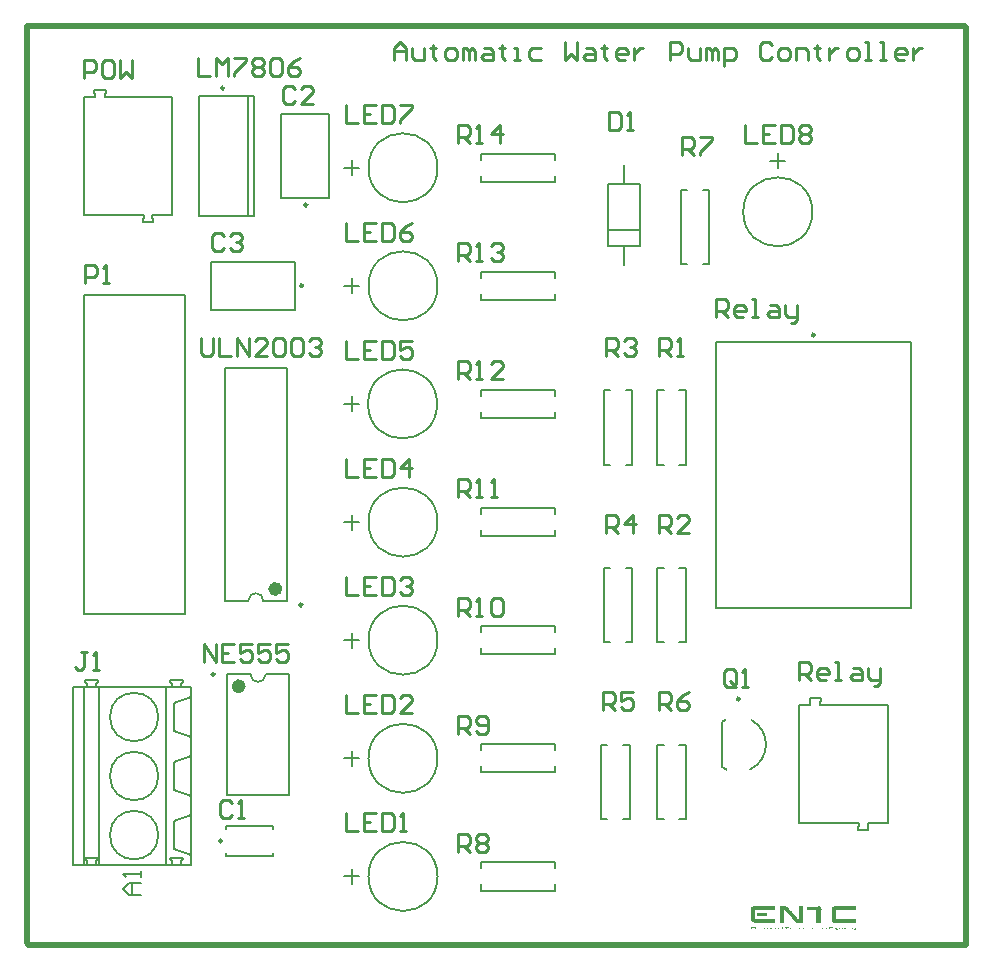
<source format=gto>
G04*
G04 #@! TF.GenerationSoftware,Altium Limited,Altium Designer,22.9.1 (49)*
G04*
G04 Layer_Color=65535*
%FSLAX44Y44*%
%MOMM*%
G71*
G04*
G04 #@! TF.SameCoordinates,7A9AD83F-BE66-4558-94AD-99BB97DC6B92*
G04*
G04*
G04 #@! TF.FilePolarity,Positive*
G04*
G01*
G75*
%ADD10C,0.2000*%
%ADD11C,0.2500*%
%ADD12C,0.6000*%
%ADD13C,0.5000*%
%ADD14C,0.2540*%
G36*
X627089Y26800D02*
X618011D01*
Y29189D01*
X627089D01*
Y26800D01*
D02*
G37*
G36*
X657667Y20589D02*
X653367D01*
Y21067D01*
X651456D01*
Y21544D01*
X650978D01*
Y22022D01*
X650500D01*
Y22500D01*
X650022D01*
Y22978D01*
X649544D01*
Y23456D01*
X649067D01*
Y23933D01*
X648589D01*
Y24411D01*
X648111D01*
Y24889D01*
X647633D01*
Y25844D01*
X647156D01*
Y26322D01*
X646678D01*
Y26800D01*
X646200D01*
Y27278D01*
X645722D01*
Y27755D01*
X645244D01*
Y28233D01*
X644767D01*
Y29189D01*
X644289D01*
Y29667D01*
X643811D01*
Y30144D01*
X643333D01*
Y30622D01*
X642856D01*
Y31100D01*
X642378D01*
Y31578D01*
X640944D01*
Y21067D01*
X640467D01*
Y20589D01*
X637600D01*
Y30622D01*
Y31100D01*
Y34922D01*
X642856D01*
Y34444D01*
X643811D01*
Y33967D01*
X644767D01*
Y33489D01*
X645244D01*
Y33011D01*
X645722D01*
Y32056D01*
X646200D01*
Y31578D01*
X646678D01*
Y31100D01*
X647156D01*
Y30622D01*
X647633D01*
Y30144D01*
X648111D01*
Y29667D01*
X648589D01*
Y28711D01*
X649067D01*
Y28233D01*
X649544D01*
Y27755D01*
X650022D01*
Y27278D01*
X650500D01*
Y26800D01*
X650978D01*
Y26322D01*
X651456D01*
Y25844D01*
X651933D01*
Y24889D01*
X652411D01*
Y24411D01*
X653367D01*
Y23933D01*
X654322D01*
Y34922D01*
X657667D01*
Y20589D01*
D02*
G37*
G36*
X633778Y32056D02*
X617056D01*
Y24411D01*
X633778D01*
Y21067D01*
X615622D01*
Y21544D01*
X614667D01*
Y22022D01*
X614189D01*
Y22500D01*
X613711D01*
Y23933D01*
X613233D01*
Y32056D01*
X613711D01*
Y33967D01*
X614189D01*
Y34444D01*
X615144D01*
Y34922D01*
X616578D01*
Y35400D01*
X633778D01*
Y32056D01*
D02*
G37*
G36*
X702100Y31578D02*
X684900D01*
Y24411D01*
Y23933D01*
X702100D01*
Y20589D01*
X684900D01*
Y21067D01*
X682989D01*
Y21544D01*
X682511D01*
Y22022D01*
X682033D01*
Y22500D01*
X681556D01*
Y33011D01*
X682033D01*
Y33967D01*
X682511D01*
Y34444D01*
X683467D01*
Y34922D01*
X702100D01*
Y31578D01*
D02*
G37*
G36*
X671522Y34922D02*
X672000D01*
Y34444D01*
X672478D01*
Y33967D01*
X672956D01*
Y33011D01*
X673433D01*
Y31578D01*
X672478D01*
Y30622D01*
Y30144D01*
Y20589D01*
X668656D01*
Y31578D01*
X661011D01*
Y31100D01*
X660533D01*
Y34444D01*
X670089D01*
Y35400D01*
X671522D01*
Y34922D01*
D02*
G37*
G36*
X692544Y15333D02*
X691111D01*
Y15811D01*
X690633D01*
Y15333D01*
X690155D01*
Y16289D01*
X688722D01*
Y15333D01*
X688244D01*
Y16767D01*
X690155D01*
Y16289D01*
X691111D01*
Y16767D01*
X692544D01*
Y15333D01*
D02*
G37*
G36*
X668656Y16289D02*
X667222D01*
Y16767D01*
X668656D01*
Y16289D01*
D02*
G37*
G36*
X652411D02*
X650978D01*
Y16767D01*
X652411D01*
Y16289D01*
D02*
G37*
G36*
X663400D02*
Y15333D01*
X661489D01*
Y16767D01*
X661967D01*
Y15811D01*
X662922D01*
Y16767D01*
X663400D01*
Y16289D01*
D02*
G37*
G36*
X635689Y15333D02*
X633778D01*
Y16289D01*
X634256D01*
Y15811D01*
X635211D01*
Y16289D01*
X634256D01*
Y16767D01*
X635689D01*
Y15333D01*
D02*
G37*
G36*
X699711D02*
X699233D01*
Y16289D01*
X698278D01*
Y15333D01*
X697800D01*
Y15811D01*
Y16289D01*
Y16767D01*
X699711D01*
Y15333D01*
D02*
G37*
G36*
X697322Y16289D02*
Y15333D01*
X696844D01*
Y16767D01*
X697322D01*
Y16289D01*
D02*
G37*
G36*
X696367D02*
X695889D01*
Y15333D01*
X695411D01*
Y16767D01*
X696367D01*
Y16289D01*
D02*
G37*
G36*
X694933Y15333D02*
X693022D01*
Y16289D01*
Y16767D01*
X694933D01*
Y15333D01*
D02*
G37*
G36*
X684900D02*
X684422D01*
Y16289D01*
X682989D01*
Y16767D01*
X684900D01*
Y15333D01*
D02*
G37*
G36*
X683467D02*
X682989D01*
Y15811D01*
X683467D01*
Y15333D01*
D02*
G37*
G36*
X682511Y16767D02*
X680122D01*
Y15811D01*
X682511D01*
Y15333D01*
X679644D01*
Y17244D01*
X682511D01*
Y16767D01*
D02*
G37*
G36*
X677733Y15333D02*
X677255D01*
Y16289D01*
X676300D01*
Y15333D01*
X675822D01*
Y16767D01*
X677733D01*
Y15333D01*
D02*
G37*
G36*
X675344D02*
X673433D01*
Y16767D01*
X675344D01*
Y15333D01*
D02*
G37*
G36*
X672956D02*
X672478D01*
Y16289D01*
Y16767D01*
X672956D01*
Y15333D01*
D02*
G37*
G36*
X672000D02*
X671522D01*
Y15811D01*
Y16289D01*
Y17244D01*
X672000D01*
Y15333D01*
D02*
G37*
G36*
X671044D02*
X669133D01*
Y15811D01*
Y16767D01*
X671044D01*
Y15333D01*
D02*
G37*
G36*
X668656D02*
X667222D01*
Y15811D01*
X668656D01*
Y15333D01*
D02*
G37*
G36*
X666744D02*
X666267D01*
Y16767D01*
X666744D01*
Y15333D01*
D02*
G37*
G36*
X665789D02*
X665311D01*
Y16289D01*
X664355D01*
Y15333D01*
X663878D01*
Y16767D01*
X665789D01*
Y15333D01*
D02*
G37*
G36*
X661011Y16289D02*
Y15811D01*
Y15333D01*
X660533D01*
Y16289D01*
X660056D01*
Y15333D01*
X659578D01*
Y16289D01*
X658622D01*
Y16767D01*
X661011D01*
Y16289D01*
D02*
G37*
G36*
X657667D02*
X658144D01*
Y15333D01*
X657667D01*
Y16289D01*
X656711D01*
Y15333D01*
X656233D01*
Y15811D01*
Y16289D01*
X655755D01*
Y15333D01*
X655278D01*
Y16767D01*
X657667D01*
Y16289D01*
D02*
G37*
G36*
X654800Y15333D02*
X652889D01*
Y16767D01*
X654800D01*
Y15333D01*
D02*
G37*
G36*
X652411D02*
X650978D01*
Y15811D01*
X652411D01*
Y15333D01*
D02*
G37*
G36*
X650500Y16289D02*
X649067D01*
Y15811D01*
X650500D01*
Y15333D01*
X648589D01*
Y16767D01*
X650500D01*
Y16289D01*
D02*
G37*
G36*
X648111Y15811D02*
Y15333D01*
X647633D01*
Y17244D01*
X648111D01*
Y15811D01*
D02*
G37*
G36*
X645244Y16767D02*
X647156D01*
Y16289D01*
Y15811D01*
Y15333D01*
X645244D01*
Y16767D01*
X643811D01*
Y15333D01*
X643333D01*
Y15811D01*
Y16289D01*
Y16767D01*
X642378D01*
Y17244D01*
X645244D01*
Y16767D01*
D02*
G37*
G36*
X640467Y15333D02*
X638555D01*
Y16767D01*
X639989D01*
Y17244D01*
X640467D01*
Y15333D01*
D02*
G37*
G36*
X638078Y15811D02*
Y15333D01*
X637600D01*
Y16289D01*
X636644D01*
Y15333D01*
X636167D01*
Y16767D01*
X638078D01*
Y15811D01*
D02*
G37*
G36*
X632344Y16289D02*
X630911D01*
Y15811D01*
X632344D01*
Y15333D01*
X630433D01*
Y16767D01*
X632344D01*
Y16289D01*
D02*
G37*
G36*
X629955Y15333D02*
X629478D01*
Y16767D01*
X629955D01*
Y15333D01*
D02*
G37*
G36*
X629000Y16289D02*
X627567D01*
Y15333D01*
X627089D01*
Y16767D01*
X629000D01*
Y16289D01*
D02*
G37*
G36*
X626611D02*
X625178D01*
Y15811D01*
X626611D01*
Y15333D01*
X624700D01*
Y16767D01*
X626611D01*
Y16289D01*
D02*
G37*
G36*
X624222D02*
X623744D01*
Y15333D01*
X623267D01*
Y15811D01*
Y16289D01*
Y16767D01*
X624222D01*
Y16289D01*
D02*
G37*
G36*
X622789Y15333D02*
X622311D01*
Y17244D01*
X622789D01*
Y15333D01*
D02*
G37*
G36*
X621833Y16289D02*
X620400D01*
Y15811D01*
X621833D01*
Y15333D01*
X619922D01*
Y16767D01*
X621833D01*
Y16289D01*
D02*
G37*
G36*
X619444D02*
X618489D01*
Y15811D01*
X619444D01*
Y15333D01*
X618011D01*
Y15811D01*
Y16289D01*
Y16767D01*
X619444D01*
Y16289D01*
D02*
G37*
G36*
X617533Y15333D02*
X617056D01*
Y17244D01*
X617533D01*
Y15333D01*
D02*
G37*
G36*
X616578Y16767D02*
X614189D01*
Y15811D01*
X616578D01*
Y15333D01*
X613711D01*
Y17244D01*
X616578D01*
Y16767D01*
D02*
G37*
G36*
X702100Y14856D02*
X700189D01*
Y15333D01*
X701622D01*
Y16289D01*
X700667D01*
Y15811D01*
X700189D01*
Y16767D01*
X702100D01*
Y14856D01*
D02*
G37*
G36*
X687289Y15811D02*
Y15333D01*
Y14856D01*
X685378D01*
Y15333D01*
X686811D01*
Y16289D01*
X685855D01*
Y15811D01*
X685378D01*
Y16767D01*
X687289D01*
Y15811D01*
D02*
G37*
%LPC*%
G36*
X692067Y16289D02*
X691589D01*
Y15811D01*
X692067D01*
Y16289D01*
D02*
G37*
G36*
X694456D02*
X693500D01*
Y15811D01*
X694456D01*
Y16289D01*
D02*
G37*
G36*
X674867D02*
X673911D01*
Y15811D01*
X674867D01*
Y16289D01*
D02*
G37*
G36*
X670567D02*
X669611D01*
Y15811D01*
X670567D01*
Y16289D01*
D02*
G37*
G36*
X654322D02*
X653367D01*
Y15811D01*
X654322D01*
Y16289D01*
D02*
G37*
G36*
X646678D02*
X645722D01*
Y15811D01*
X646678D01*
Y16289D01*
D02*
G37*
G36*
X639989D02*
X639033D01*
Y15811D01*
X639989D01*
Y16289D01*
D02*
G37*
%LPD*%
D10*
X591503Y192769D02*
G03*
X589150Y191340I10996J-20769D01*
G01*
Y152660D02*
G03*
X592561Y150705I13350J19340D01*
G01*
X612443Y150707D02*
G03*
X613500Y192767I-9943J21293D01*
G01*
X200450Y293650D02*
G03*
X187750Y293650I-6350J0D01*
G01*
X665225Y622950D02*
G03*
X665225Y622950I-29225J0D01*
G01*
X189650Y231250D02*
G03*
X202350Y231250I6350J0D01*
G01*
X111500Y95250D02*
G03*
X111500Y95250I-20500J0D01*
G01*
Y145250D02*
G03*
X111500Y145250I-20500J0D01*
G01*
Y195250D02*
G03*
X111500Y195250I-20500J0D01*
G01*
X347925Y660250D02*
G03*
X347925Y660250I-29225J0D01*
G01*
Y560250D02*
G03*
X347925Y560250I-29225J0D01*
G01*
X347525Y460250D02*
G03*
X347525Y460250I-29225J0D01*
G01*
X347925Y360250D02*
G03*
X347925Y360250I-29225J0D01*
G01*
Y260250D02*
G03*
X347925Y260250I-29225J0D01*
G01*
Y160250D02*
G03*
X347925Y160250I-29225J0D01*
G01*
Y60250D02*
G03*
X347925Y60250I-29225J0D01*
G01*
X589150Y152660D02*
Y191340D01*
X208500Y77250D02*
Y80000D01*
X168500Y77250D02*
Y80000D01*
X208500Y100500D02*
Y103250D01*
X168500Y100500D02*
Y103250D01*
Y77250D02*
X208500D01*
X168500Y103250D02*
X208500D01*
X220600Y293650D02*
Y490650D01*
X167600Y293650D02*
Y490650D01*
X200450Y293650D02*
X220600D01*
X167600D02*
X187750D01*
X167600Y490650D02*
X220600D01*
X384500Y348250D02*
X447500D01*
X384500Y372250D02*
X447500D01*
X384500Y366990D02*
Y372250D01*
X447500Y348250D02*
Y353510D01*
X384500Y348250D02*
Y353510D01*
X447500Y366990D02*
Y372250D01*
X187600Y619250D02*
Y721250D01*
X192600Y619250D02*
Y721250D01*
X145600Y619250D02*
Y721250D01*
Y619250D02*
X192600D01*
X145600Y721250D02*
X192600D01*
X215650Y634700D02*
Y705800D01*
X256350Y634700D02*
Y705800D01*
X215650Y634700D02*
X256350D01*
X215650Y705800D02*
X256350D01*
X578000Y578750D02*
Y641750D01*
X554000Y578750D02*
Y641750D01*
Y578750D02*
X559260D01*
X572740Y641750D02*
X578000D01*
X572740Y578750D02*
X578000D01*
X554000Y641750D02*
X559260D01*
X155850Y539900D02*
X226950D01*
X155850Y580600D02*
X226950D01*
Y539900D02*
Y580600D01*
X155850Y539900D02*
Y580600D01*
X66501Y720252D02*
X123501D01*
X48501D02*
X58001D01*
X66501D02*
X67001Y726252D01*
X57501D02*
X58001Y720252D01*
X57501Y726252D02*
X67001D01*
X48501Y620251D02*
X99501D01*
X48501D02*
Y720252D01*
X106501Y620251D02*
X123501D01*
X106501D02*
X107251Y614251D01*
X98751D02*
X99501Y620251D01*
X98751Y614251D02*
X107251D01*
X123501Y620251D02*
X123501Y720252D01*
X583500Y512750D02*
X748500D01*
X583500Y287750D02*
Y512750D01*
Y287750D02*
X748500D01*
Y512750D01*
X493200Y607250D02*
X518800D01*
X506000Y646250D02*
Y662630D01*
Y577870D02*
Y594250D01*
X492500D02*
X519500D01*
Y646250D01*
X492500D02*
X519500D01*
X492500Y594250D02*
Y646250D01*
X629650Y666130D02*
X642350D01*
X636000Y659780D02*
Y672480D01*
X558000Y408750D02*
Y471750D01*
X534000Y408750D02*
Y471750D01*
Y408750D02*
X539260D01*
X552740Y471750D02*
X558000D01*
X552740Y408750D02*
X558000D01*
X534000Y471750D02*
X539260D01*
X513000Y408750D02*
Y471750D01*
X489000Y408750D02*
Y471750D01*
Y408750D02*
X494260D01*
X507740Y471750D02*
X513000D01*
X507740Y408750D02*
X513000D01*
X489000Y471750D02*
X494260D01*
X169500Y129250D02*
Y231250D01*
X222500Y129250D02*
Y231250D01*
X169500D02*
X189650D01*
X202350D02*
X222500D01*
X169500Y129250D02*
X222500D01*
X39000Y220250D02*
X139000D01*
X39000D02*
X51100D01*
Y223050D01*
X49400Y224750D02*
X51100Y223050D01*
X49400Y224750D02*
Y226250D01*
X60400D01*
Y224750D02*
Y226250D01*
X58700Y223050D02*
X60400Y224750D01*
X58700Y220250D02*
Y223050D01*
Y220250D02*
X123500D01*
Y223050D01*
X121800Y224750D02*
X123500Y223050D01*
X121800Y224750D02*
Y226250D01*
X132800D01*
Y224750D02*
Y226250D01*
X131100Y223050D02*
X132800Y224750D01*
X131100Y220250D02*
Y223050D01*
Y220250D02*
X139000D01*
X48358Y70250D02*
Y220250D01*
X61442Y70250D02*
Y220250D01*
X118192Y70250D02*
Y220250D01*
X125000Y107290D02*
X139000Y112386D01*
X125000Y83209D02*
Y107290D01*
Y83209D02*
X139000Y78114D01*
Y112386D01*
X125000Y157290D02*
X139000Y162386D01*
X125000Y133209D02*
Y157290D01*
Y133209D02*
X139000Y128114D01*
Y162386D01*
X125000Y207290D02*
X139000Y212386D01*
X125000Y183210D02*
Y207290D01*
Y183210D02*
X139000Y178114D01*
Y212386D01*
X58700Y70250D02*
Y73050D01*
X51100Y70250D02*
Y73050D01*
X49400Y74750D02*
X51100Y73050D01*
X49400Y74750D02*
Y76250D01*
X60400D01*
Y74750D02*
Y76250D01*
X58700Y73050D02*
X60400Y74750D01*
X39000Y70250D02*
X139000D01*
X39000D02*
Y220250D01*
X139000Y70250D02*
Y220250D01*
X131100Y70250D02*
Y73050D01*
X132800Y74750D01*
Y76250D01*
X121800D02*
X132800D01*
X121800Y74750D02*
Y76250D01*
Y74750D02*
X123500Y73050D01*
Y70250D02*
Y73050D01*
X486500Y108750D02*
Y171750D01*
X510500Y108750D02*
Y171750D01*
X505240D02*
X510500D01*
X486500Y108750D02*
X491760D01*
X486500Y171750D02*
X491760D01*
X505240Y108750D02*
X510500D01*
X534000D02*
Y171750D01*
X558000Y108750D02*
Y171750D01*
X552740D02*
X558000D01*
X534000Y108750D02*
X539260D01*
X534000Y171750D02*
X539260D01*
X552740Y108750D02*
X558000D01*
Y258750D02*
Y321750D01*
X534000Y258750D02*
Y321750D01*
Y258750D02*
X539260D01*
X552740Y321750D02*
X558000D01*
X552740Y258750D02*
X558000D01*
X534000Y321750D02*
X539260D01*
X513000Y258750D02*
Y321750D01*
X489000Y258750D02*
Y321750D01*
Y258750D02*
X494260D01*
X507740Y321750D02*
X513000D01*
X507740Y258750D02*
X513000D01*
X489000Y321750D02*
X494260D01*
X384500Y648250D02*
X447500D01*
X384500Y672250D02*
X447500D01*
X384500Y666990D02*
Y672250D01*
X447500Y648250D02*
Y653510D01*
X384500Y648250D02*
Y653510D01*
X447500Y666990D02*
Y672250D01*
X275520Y653900D02*
Y666600D01*
X269170Y660250D02*
X281870D01*
X384500Y548250D02*
X447500D01*
X384500Y572250D02*
X447500D01*
X384500Y566990D02*
Y572250D01*
X447500Y548250D02*
Y553510D01*
X384500Y548250D02*
Y553510D01*
X447500Y566990D02*
Y572250D01*
X672001Y205252D02*
X729001D01*
X654001D02*
X663501D01*
X672001D02*
X672501Y211252D01*
X663001D02*
X663501Y205252D01*
X663001Y211252D02*
X672501D01*
X654001Y105251D02*
X705001D01*
X654001D02*
Y205252D01*
X712001Y105251D02*
X729000D01*
X712001D02*
X712750Y99251D01*
X704250D02*
X705001Y105251D01*
X704250Y99251D02*
X712750D01*
X729000Y105251D02*
X729001Y205252D01*
X275520Y553900D02*
Y566600D01*
X269170Y560250D02*
X281870D01*
X384500Y448250D02*
X447500D01*
X384500Y472250D02*
X447500D01*
X384500Y466990D02*
Y472250D01*
X447500Y448250D02*
Y453510D01*
X384500Y448250D02*
Y453510D01*
X447500Y466990D02*
Y472250D01*
X275120Y453900D02*
Y466600D01*
X268770Y460250D02*
X281470D01*
X275520Y353900D02*
Y366600D01*
X269170Y360250D02*
X281870D01*
X384500Y248250D02*
X447500D01*
X384500Y272250D02*
X447500D01*
X384500Y266990D02*
Y272250D01*
X447500Y248250D02*
Y253510D01*
X384500Y248250D02*
Y253510D01*
X447500Y266990D02*
Y272250D01*
X134000Y282750D02*
Y552750D01*
X49000Y282750D02*
X134000D01*
X49000D02*
Y552750D01*
X134000D01*
X275520Y253900D02*
Y266600D01*
X269170Y260250D02*
X281870D01*
X384500Y148250D02*
X447500D01*
X384500Y172250D02*
X447500D01*
X384500Y166990D02*
Y172250D01*
X447500Y148250D02*
Y153510D01*
X384500Y148250D02*
Y153510D01*
X447500Y166990D02*
Y172250D01*
X275520Y153900D02*
Y166600D01*
X269170Y160250D02*
X281870D01*
X384500Y48250D02*
X447500D01*
X384500Y72250D02*
X447500D01*
X384500Y66990D02*
Y72250D01*
X447500Y48250D02*
Y53510D01*
X384500Y48250D02*
Y53510D01*
X447500Y66990D02*
Y72250D01*
X275520Y53900D02*
Y66600D01*
X269170Y60250D02*
X281870D01*
X96610Y44500D02*
X86613D01*
X81615Y49499D01*
X86613Y54497D01*
X96610D01*
X89113D01*
Y44500D01*
X96610Y59495D02*
Y64494D01*
Y61994D01*
X81615D01*
X84114Y59495D01*
D11*
X603750Y210500D02*
G03*
X603750Y210500I-1250J0D01*
G01*
X165500Y90250D02*
G03*
X165500Y90250I-1250J0D01*
G01*
X233450Y290250D02*
G03*
X233450Y290250I-1250J0D01*
G01*
X167250Y727750D02*
G03*
X167250Y727750I-1250J0D01*
G01*
X237645Y628820D02*
G03*
X237645Y628820I-1250J0D01*
G01*
X234080Y560645D02*
G03*
X234080Y560645I-1250J0D01*
G01*
X667250Y518750D02*
G03*
X667250Y518750I-1250J0D01*
G01*
X159150Y231350D02*
G03*
X159150Y231350I-1250J0D01*
G01*
D12*
X213600Y303650D02*
G03*
X213600Y303650I-3000J0D01*
G01*
X182500Y221250D02*
G03*
X182500Y221250I-3000J0D01*
G01*
D13*
X0Y780000D02*
X794750D01*
X0Y3750D02*
Y780000D01*
X795000Y2250D02*
Y779750D01*
X1500Y2250D02*
X795000D01*
D14*
X600707Y223161D02*
Y233318D01*
X598167Y235857D01*
X593089D01*
X590550Y233318D01*
Y223161D01*
X593089Y220622D01*
X598167D01*
X595628Y225700D02*
X600707Y220622D01*
X598167D02*
X600707Y223161D01*
X605785Y220622D02*
X610863D01*
X608324D01*
Y235857D01*
X605785Y233318D01*
X311290Y751368D02*
Y761525D01*
X316368Y766603D01*
X321447Y761525D01*
Y751368D01*
Y758986D01*
X311290D01*
X326525Y761525D02*
Y753908D01*
X329064Y751368D01*
X336682D01*
Y761525D01*
X344299Y764064D02*
Y761525D01*
X341760D01*
X346838D01*
X344299D01*
Y753908D01*
X346838Y751368D01*
X356995D02*
X362074D01*
X364613Y753908D01*
Y758986D01*
X362074Y761525D01*
X356995D01*
X354456Y758986D01*
Y753908D01*
X356995Y751368D01*
X369691D02*
Y761525D01*
X372230D01*
X374770Y758986D01*
Y751368D01*
Y758986D01*
X377309Y761525D01*
X379848Y758986D01*
Y751368D01*
X387465Y761525D02*
X392544D01*
X395083Y758986D01*
Y751368D01*
X387465D01*
X384926Y753908D01*
X387465Y756447D01*
X395083D01*
X402700Y764064D02*
Y761525D01*
X400161D01*
X405240D01*
X402700D01*
Y753908D01*
X405240Y751368D01*
X412857D02*
X417935D01*
X415396D01*
Y761525D01*
X412857D01*
X435710D02*
X428092D01*
X425553Y758986D01*
Y753908D01*
X428092Y751368D01*
X435710D01*
X456023Y766603D02*
Y751368D01*
X461101Y756447D01*
X466180Y751368D01*
Y766603D01*
X473797Y761525D02*
X478876D01*
X481415Y758986D01*
Y751368D01*
X473797D01*
X471258Y753908D01*
X473797Y756447D01*
X481415D01*
X489033Y764064D02*
Y761525D01*
X486493D01*
X491572D01*
X489033D01*
Y753908D01*
X491572Y751368D01*
X506807D02*
X501728D01*
X499189Y753908D01*
Y758986D01*
X501728Y761525D01*
X506807D01*
X509346Y758986D01*
Y756447D01*
X499189D01*
X514424Y761525D02*
Y751368D01*
Y756447D01*
X516964Y758986D01*
X519503Y761525D01*
X522042D01*
X544894Y751368D02*
Y766603D01*
X552512D01*
X555051Y764064D01*
Y758986D01*
X552512Y756447D01*
X544894D01*
X560130Y761525D02*
Y753908D01*
X562669Y751368D01*
X570286D01*
Y761525D01*
X575365Y751368D02*
Y761525D01*
X577904D01*
X580443Y758986D01*
Y751368D01*
Y758986D01*
X582982Y761525D01*
X585521Y758986D01*
Y751368D01*
X590600Y746290D02*
Y761525D01*
X598217D01*
X600756Y758986D01*
Y753908D01*
X598217Y751368D01*
X590600D01*
X631227Y764064D02*
X628687Y766603D01*
X623609D01*
X621070Y764064D01*
Y753908D01*
X623609Y751368D01*
X628687D01*
X631227Y753908D01*
X638844Y751368D02*
X643922D01*
X646462Y753908D01*
Y758986D01*
X643922Y761525D01*
X638844D01*
X636305Y758986D01*
Y753908D01*
X638844Y751368D01*
X651540D02*
Y761525D01*
X659157D01*
X661697Y758986D01*
Y751368D01*
X669314Y764064D02*
Y761525D01*
X666775D01*
X671853D01*
X669314D01*
Y753908D01*
X671853Y751368D01*
X679471Y761525D02*
Y751368D01*
Y756447D01*
X682010Y758986D01*
X684549Y761525D01*
X687088D01*
X697245Y751368D02*
X702324D01*
X704863Y753908D01*
Y758986D01*
X702324Y761525D01*
X697245D01*
X694706Y758986D01*
Y753908D01*
X697245Y751368D01*
X709941D02*
X715019D01*
X712480D01*
Y766603D01*
X709941D01*
X722637Y751368D02*
X727715D01*
X725176D01*
Y766603D01*
X722637D01*
X742950Y751368D02*
X737872D01*
X735333Y753908D01*
Y758986D01*
X737872Y761525D01*
X742950D01*
X745490Y758986D01*
Y756447D01*
X735333D01*
X750568Y761525D02*
Y751368D01*
Y756447D01*
X753107Y758986D01*
X755646Y761525D01*
X758185D01*
X147828Y516273D02*
Y503577D01*
X150367Y501038D01*
X155445D01*
X157985Y503577D01*
Y516273D01*
X163063D02*
Y501038D01*
X173220D01*
X178298D02*
Y516273D01*
X188455Y501038D01*
Y516273D01*
X203690Y501038D02*
X193533D01*
X203690Y511195D01*
Y513734D01*
X201151Y516273D01*
X196072D01*
X193533Y513734D01*
X208768D02*
X211308Y516273D01*
X216386D01*
X218925Y513734D01*
Y503577D01*
X216386Y501038D01*
X211308D01*
X208768Y503577D01*
Y513734D01*
X224003D02*
X226542Y516273D01*
X231621D01*
X234160Y513734D01*
Y503577D01*
X231621Y501038D01*
X226542D01*
X224003Y503577D01*
Y513734D01*
X239238D02*
X241778Y516273D01*
X246856D01*
X249395Y513734D01*
Y511195D01*
X246856Y508656D01*
X244317D01*
X246856D01*
X249395Y506116D01*
Y503577D01*
X246856Y501038D01*
X241778D01*
X239238Y503577D01*
X145288Y753001D02*
Y737766D01*
X155445D01*
X160523D02*
Y753001D01*
X165601Y747923D01*
X170680Y753001D01*
Y737766D01*
X175758Y753001D02*
X185915D01*
Y750462D01*
X175758Y740305D01*
Y737766D01*
X190993Y750462D02*
X193532Y753001D01*
X198611D01*
X201150Y750462D01*
Y747923D01*
X198611Y745384D01*
X201150Y742844D01*
Y740305D01*
X198611Y737766D01*
X193532D01*
X190993Y740305D01*
Y742844D01*
X193532Y745384D01*
X190993Y747923D01*
Y750462D01*
X193532Y745384D02*
X198611D01*
X206228Y750462D02*
X208768Y753001D01*
X213846D01*
X216385Y750462D01*
Y740305D01*
X213846Y737766D01*
X208768D01*
X206228Y740305D01*
Y750462D01*
X231620Y753001D02*
X226542Y750462D01*
X221463Y745384D01*
Y740305D01*
X224002Y737766D01*
X229081D01*
X231620Y740305D01*
Y742844D01*
X229081Y745384D01*
X221463D01*
X149860Y241704D02*
Y256939D01*
X160017Y241704D01*
Y256939D01*
X175252D02*
X165095D01*
Y241704D01*
X175252D01*
X165095Y249321D02*
X170173D01*
X190487Y256939D02*
X180330D01*
Y249321D01*
X185408Y251861D01*
X187948D01*
X190487Y249321D01*
Y244243D01*
X187948Y241704D01*
X182869D01*
X180330Y244243D01*
X205722Y256939D02*
X195565D01*
Y249321D01*
X200644Y251861D01*
X203183D01*
X205722Y249321D01*
Y244243D01*
X203183Y241704D01*
X198104D01*
X195565Y244243D01*
X220957Y256939D02*
X210800D01*
Y249321D01*
X215879Y251861D01*
X218418D01*
X220957Y249321D01*
Y244243D01*
X218418Y241704D01*
X213340D01*
X210800Y244243D01*
X583946Y534058D02*
Y549293D01*
X591563D01*
X594103Y546754D01*
Y541675D01*
X591563Y539136D01*
X583946D01*
X589024D02*
X594103Y534058D01*
X606799D02*
X601720D01*
X599181Y536597D01*
Y541675D01*
X601720Y544215D01*
X606799D01*
X609338Y541675D01*
Y539136D01*
X599181D01*
X614416Y534058D02*
X619495D01*
X616955D01*
Y549293D01*
X614416D01*
X629651Y544215D02*
X634730D01*
X637269Y541675D01*
Y534058D01*
X629651D01*
X627112Y536597D01*
X629651Y539136D01*
X637269D01*
X642347Y544215D02*
Y536597D01*
X644886Y534058D01*
X652504D01*
Y531519D01*
X649965Y528980D01*
X647426D01*
X652504Y534058D02*
Y544215D01*
X654304Y226210D02*
Y241445D01*
X661921D01*
X664461Y238906D01*
Y233827D01*
X661921Y231288D01*
X654304D01*
X659382D02*
X664461Y226210D01*
X677157D02*
X672078D01*
X669539Y228749D01*
Y233827D01*
X672078Y236367D01*
X677157D01*
X679696Y233827D01*
Y231288D01*
X669539D01*
X684774Y226210D02*
X689853D01*
X687313D01*
Y241445D01*
X684774D01*
X700009Y236367D02*
X705088D01*
X707627Y233827D01*
Y226210D01*
X700009D01*
X697470Y228749D01*
X700009Y231288D01*
X707627D01*
X712705Y236367D02*
Y228749D01*
X715244Y226210D01*
X722862D01*
Y223671D01*
X720323Y221132D01*
X717784D01*
X722862Y226210D02*
Y236367D01*
X365506Y681124D02*
Y696359D01*
X373124D01*
X375663Y693820D01*
Y688742D01*
X373124Y686202D01*
X365506D01*
X370584D02*
X375663Y681124D01*
X380741D02*
X385819D01*
X383280D01*
Y696359D01*
X380741Y693820D01*
X401054Y681124D02*
Y696359D01*
X393437Y688742D01*
X403594D01*
X365506Y581048D02*
Y596283D01*
X373124D01*
X375663Y593744D01*
Y588666D01*
X373124Y586126D01*
X365506D01*
X370584D02*
X375663Y581048D01*
X380741D02*
X385819D01*
X383280D01*
Y596283D01*
X380741Y593744D01*
X393437D02*
X395976Y596283D01*
X401054D01*
X403594Y593744D01*
Y591205D01*
X401054Y588666D01*
X398515D01*
X401054D01*
X403594Y586126D01*
Y583587D01*
X401054Y581048D01*
X395976D01*
X393437Y583587D01*
X365506Y481226D02*
Y496461D01*
X373124D01*
X375663Y493922D01*
Y488843D01*
X373124Y486304D01*
X365506D01*
X370584D02*
X375663Y481226D01*
X380741D02*
X385819D01*
X383280D01*
Y496461D01*
X380741Y493922D01*
X403594Y481226D02*
X393437D01*
X403594Y491383D01*
Y493922D01*
X401054Y496461D01*
X395976D01*
X393437Y493922D01*
X365506Y381150D02*
Y396385D01*
X373124D01*
X375663Y393846D01*
Y388768D01*
X373124Y386228D01*
X365506D01*
X370584D02*
X375663Y381150D01*
X380741D02*
X385819D01*
X383280D01*
Y396385D01*
X380741Y393846D01*
X393437Y381150D02*
X398515D01*
X395976D01*
Y396385D01*
X393437Y393846D01*
X365506Y281074D02*
Y296309D01*
X373124D01*
X375663Y293770D01*
Y288692D01*
X373124Y286152D01*
X365506D01*
X370584D02*
X375663Y281074D01*
X380741D02*
X385819D01*
X383280D01*
Y296309D01*
X380741Y293770D01*
X393437D02*
X395976Y296309D01*
X401054D01*
X403594Y293770D01*
Y283613D01*
X401054Y281074D01*
X395976D01*
X393437Y283613D01*
Y293770D01*
X365506Y180998D02*
Y196233D01*
X373124D01*
X375663Y193694D01*
Y188615D01*
X373124Y186076D01*
X365506D01*
X370584D02*
X375663Y180998D01*
X380741Y183537D02*
X383280Y180998D01*
X388359D01*
X390898Y183537D01*
Y193694D01*
X388359Y196233D01*
X383280D01*
X380741Y193694D01*
Y191155D01*
X383280Y188615D01*
X390898D01*
X365506Y81176D02*
Y96411D01*
X373124D01*
X375663Y93872D01*
Y88793D01*
X373124Y86254D01*
X365506D01*
X370584D02*
X375663Y81176D01*
X380741Y93872D02*
X383280Y96411D01*
X388359D01*
X390898Y93872D01*
Y91333D01*
X388359Y88793D01*
X390898Y86254D01*
Y83715D01*
X388359Y81176D01*
X383280D01*
X380741Y83715D01*
Y86254D01*
X383280Y88793D01*
X380741Y91333D01*
Y93872D01*
X383280Y88793D02*
X388359D01*
X555244Y670964D02*
Y686199D01*
X562862D01*
X565401Y683660D01*
Y678581D01*
X562862Y676042D01*
X555244D01*
X560322D02*
X565401Y670964D01*
X570479Y686199D02*
X580636D01*
Y683660D01*
X570479Y673503D01*
Y670964D01*
X535178Y200810D02*
Y216045D01*
X542795D01*
X545335Y213506D01*
Y208428D01*
X542795Y205888D01*
X535178D01*
X540256D02*
X545335Y200810D01*
X560570Y216045D02*
X555491Y213506D01*
X550413Y208428D01*
Y203349D01*
X552952Y200810D01*
X558031D01*
X560570Y203349D01*
Y205888D01*
X558031Y208428D01*
X550413D01*
X487680Y200810D02*
Y216045D01*
X495298D01*
X497837Y213506D01*
Y208428D01*
X495298Y205888D01*
X487680D01*
X492758D02*
X497837Y200810D01*
X513072Y216045D02*
X502915D01*
Y208428D01*
X507993Y210967D01*
X510533D01*
X513072Y208428D01*
Y203349D01*
X510533Y200810D01*
X505454D01*
X502915Y203349D01*
X490220Y350924D02*
Y366159D01*
X497837D01*
X500377Y363620D01*
Y358541D01*
X497837Y356002D01*
X490220D01*
X495298D02*
X500377Y350924D01*
X513073D02*
Y366159D01*
X505455Y358541D01*
X515612D01*
X490220Y500784D02*
Y516019D01*
X497837D01*
X500377Y513480D01*
Y508401D01*
X497837Y505862D01*
X490220D01*
X495298D02*
X500377Y500784D01*
X505455Y513480D02*
X507994Y516019D01*
X513073D01*
X515612Y513480D01*
Y510941D01*
X513073Y508401D01*
X510533D01*
X513073D01*
X515612Y505862D01*
Y503323D01*
X513073Y500784D01*
X507994D01*
X505455Y503323D01*
X535178Y350924D02*
Y366159D01*
X542795D01*
X545335Y363620D01*
Y358541D01*
X542795Y356002D01*
X535178D01*
X540256D02*
X545335Y350924D01*
X560570D02*
X550413D01*
X560570Y361081D01*
Y363620D01*
X558031Y366159D01*
X552952D01*
X550413Y363620D01*
X535178Y500784D02*
Y516019D01*
X542795D01*
X545335Y513480D01*
Y508401D01*
X542795Y505862D01*
X535178D01*
X540256D02*
X545335Y500784D01*
X550413D02*
X555491D01*
X552952D01*
Y516019D01*
X550413Y513480D01*
X48768Y736242D02*
Y751477D01*
X56385D01*
X58925Y748938D01*
Y743859D01*
X56385Y741320D01*
X48768D01*
X71621Y751477D02*
X66542D01*
X64003Y748938D01*
Y738781D01*
X66542Y736242D01*
X71621D01*
X74160Y738781D01*
Y748938D01*
X71621Y751477D01*
X79238D02*
Y736242D01*
X84317Y741320D01*
X89395Y736242D01*
Y751477D01*
X49276Y562506D02*
Y577741D01*
X56894D01*
X59433Y575202D01*
Y570123D01*
X56894Y567584D01*
X49276D01*
X64511Y562506D02*
X69589D01*
X67050D01*
Y577741D01*
X64511Y575202D01*
X608076Y696359D02*
Y681124D01*
X618233D01*
X633468Y696359D02*
X623311D01*
Y681124D01*
X633468D01*
X623311Y688742D02*
X628389D01*
X638546Y696359D02*
Y681124D01*
X646164D01*
X648703Y683663D01*
Y693820D01*
X646164Y696359D01*
X638546D01*
X653781Y693820D02*
X656320Y696359D01*
X661399D01*
X663938Y693820D01*
Y691281D01*
X661399Y688742D01*
X663938Y686202D01*
Y683663D01*
X661399Y681124D01*
X656320D01*
X653781Y683663D01*
Y686202D01*
X656320Y688742D01*
X653781Y691281D01*
Y693820D01*
X656320Y688742D02*
X661399D01*
X270764Y713631D02*
Y698396D01*
X280921D01*
X296156Y713631D02*
X285999D01*
Y698396D01*
X296156D01*
X285999Y706013D02*
X291077D01*
X301234Y713631D02*
Y698396D01*
X308852D01*
X311391Y700935D01*
Y711092D01*
X308852Y713631D01*
X301234D01*
X316469D02*
X326626D01*
Y711092D01*
X316469Y700935D01*
Y698396D01*
X270764Y613555D02*
Y598320D01*
X280921D01*
X296156Y613555D02*
X285999D01*
Y598320D01*
X296156D01*
X285999Y605938D02*
X291077D01*
X301234Y613555D02*
Y598320D01*
X308852D01*
X311391Y600859D01*
Y611016D01*
X308852Y613555D01*
X301234D01*
X326626D02*
X321548Y611016D01*
X316469Y605938D01*
Y600859D01*
X319008Y598320D01*
X324087D01*
X326626Y600859D01*
Y603398D01*
X324087Y605938D01*
X316469D01*
X270256Y513479D02*
Y498244D01*
X280413D01*
X295648Y513479D02*
X285491D01*
Y498244D01*
X295648D01*
X285491Y505862D02*
X290569D01*
X300726Y513479D02*
Y498244D01*
X308344D01*
X310883Y500783D01*
Y510940D01*
X308344Y513479D01*
X300726D01*
X326118D02*
X315961D01*
Y505862D01*
X321040Y508401D01*
X323579D01*
X326118Y505862D01*
Y500783D01*
X323579Y498244D01*
X318500D01*
X315961Y500783D01*
X270764Y413657D02*
Y398422D01*
X280921D01*
X296156Y413657D02*
X285999D01*
Y398422D01*
X296156D01*
X285999Y406040D02*
X291077D01*
X301234Y413657D02*
Y398422D01*
X308852D01*
X311391Y400961D01*
Y411118D01*
X308852Y413657D01*
X301234D01*
X324087Y398422D02*
Y413657D01*
X316469Y406040D01*
X326626D01*
X270764Y313581D02*
Y298346D01*
X280921D01*
X296156Y313581D02*
X285999D01*
Y298346D01*
X296156D01*
X285999Y305963D02*
X291077D01*
X301234Y313581D02*
Y298346D01*
X308852D01*
X311391Y300885D01*
Y311042D01*
X308852Y313581D01*
X301234D01*
X316469Y311042D02*
X319008Y313581D01*
X324087D01*
X326626Y311042D01*
Y308503D01*
X324087Y305963D01*
X321548D01*
X324087D01*
X326626Y303424D01*
Y300885D01*
X324087Y298346D01*
X319008D01*
X316469Y300885D01*
X270764Y213505D02*
Y198270D01*
X280921D01*
X296156Y213505D02*
X285999D01*
Y198270D01*
X296156D01*
X285999Y205888D02*
X291077D01*
X301234Y213505D02*
Y198270D01*
X308852D01*
X311391Y200809D01*
Y210966D01*
X308852Y213505D01*
X301234D01*
X326626Y198270D02*
X316469D01*
X326626Y208427D01*
Y210966D01*
X324087Y213505D01*
X319008D01*
X316469Y210966D01*
X270764Y113683D02*
Y98448D01*
X280921D01*
X296156Y113683D02*
X285999D01*
Y98448D01*
X296156D01*
X285999Y106066D02*
X291077D01*
X301234Y113683D02*
Y98448D01*
X308852D01*
X311391Y100987D01*
Y111144D01*
X308852Y113683D01*
X301234D01*
X316469Y98448D02*
X321548D01*
X319008D01*
Y113683D01*
X316469Y111144D01*
X50797Y250081D02*
X45718D01*
X48257D01*
Y237385D01*
X45718Y234846D01*
X43179D01*
X40640Y237385D01*
X55875Y234846D02*
X60953D01*
X58414D01*
Y250081D01*
X55875Y247542D01*
X493014Y707535D02*
Y692300D01*
X500631D01*
X503171Y694839D01*
Y704996D01*
X500631Y707535D01*
X493014D01*
X508249Y692300D02*
X513327D01*
X510788D01*
Y707535D01*
X508249Y704996D01*
X167383Y602126D02*
X164844Y604665D01*
X159765D01*
X157226Y602126D01*
Y591969D01*
X159765Y589430D01*
X164844D01*
X167383Y591969D01*
X172461Y602126D02*
X175000Y604665D01*
X180079D01*
X182618Y602126D01*
Y599587D01*
X180079Y597048D01*
X177539D01*
X180079D01*
X182618Y594508D01*
Y591969D01*
X180079Y589430D01*
X175000D01*
X172461Y591969D01*
X227073Y727348D02*
X224534Y729887D01*
X219455D01*
X216916Y727348D01*
Y717191D01*
X219455Y714652D01*
X224534D01*
X227073Y717191D01*
X242308Y714652D02*
X232151D01*
X242308Y724809D01*
Y727348D01*
X239769Y729887D01*
X234690D01*
X232151Y727348D01*
X174250Y122328D02*
X171711Y124867D01*
X166632D01*
X164093Y122328D01*
Y112172D01*
X166632Y109633D01*
X171711D01*
X174250Y112172D01*
X179328Y109633D02*
X184407D01*
X181868D01*
Y124867D01*
X179328Y122328D01*
M02*

</source>
